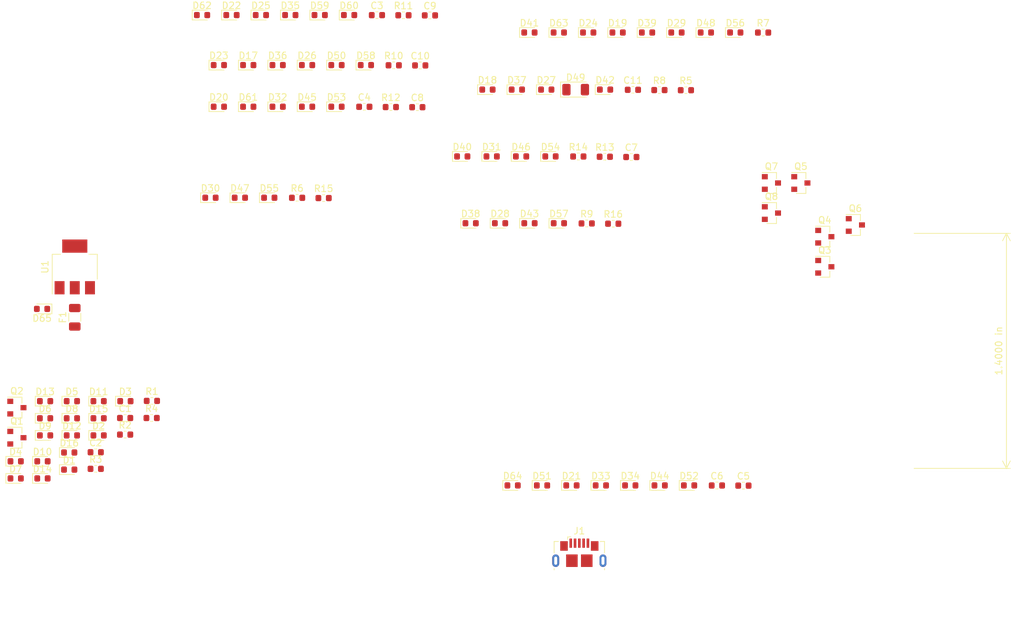
<source format=kicad_pcb>
(kicad_pcb (version 20171130) (host pcbnew 5.1.5+dfsg1-2build2)
  (layers (0 F.Cu signal) (31 B.Cu signal) (34 B.Paste user) (35 F.Paste user) (36 B.SilkS user) (37 F.SilkS user) (38 B.Mask user) (39 F.Mask user) (44 Edge.Cuts user))
  (net 0 "")
  (net 1 "Net-(C1-Pad1)")
  (net 2 GND)
  (net 3 "Net-(C7-Pad2)")
  (net 4 "Net-(C2-Pad1)")
  (net 5 "Net-(C1-Pad2)")
  (net 6 "Net-(C6-Pad1)")
  (net 7 +3V3)
  (net 8 "Net-(C7-Pad1)")
  (net 9 "Net-(C6-Pad2)")
  (net 10 "Net-(C2-Pad2)")
  (net 11 "Net-(C5-Pad2)")
  (net 12 "Net-(D1-Pad2)")
  (net 13 "Net-(D10-Pad2)")
  (net 14 "Net-(D17-Pad2)")
  (net 15 "Net-(C8-Pad2)")
  (net 16 "Net-(C8-Pad1)")
  (net 17 +5V)
  (net 18 "Net-(J1-Pad6)")
  (net 19 "Net-(J1-Pad3)")
  (net 20 "Net-(J1-Pad4)")
  (net 21 "Net-(J1-Pad2)")
  (net 22 "Net-(C3-Pad2)")
  (net 23 "Net-(C3-Pad1)")
  (net 24 "Net-(C4-Pad2)")
  (net 25 "Net-(C4-Pad1)")
  (net 26 "Net-(C5-Pad1)")
  (net 27 "Net-(D25-Pad2)")
  (net 28 "Net-(D33-Pad2)")
  (net 29 "Net-(D41-Pad2)")
  (net 30 "Net-(C11-Pad2)")
  (net 31 "Net-(D49-Pad2)")
  (net 32 "Net-(D57-Pad2)")
  (module Resistor_SMD:R_0603_1608Metric (layer F.Cu) (at 38.3 81.28)
    (fp_text reference R4 (at 0 -1.43) (layer F.SilkS))
    (fp_text value R_Small_US)
    (pad 2 smd roundrect (at 0.7875 0) (size 0.875 0.95) (layers F.Cu F.Paste F.Mask) (net 10 "Net-(C2-Pad2)"))
    (pad 1 smd roundrect (at -0.7875 0) (size 0.875 0.95) (layers F.Cu F.Paste F.Mask) (net 7 +3V3))
  )
  (module Resistor_SMD:R_0603_1608Metric (layer F.Cu) (at 29.84 88.97)
    (fp_text reference R3 (at 0 -1.43) (layer F.SilkS))
    (fp_text value R_Small_US)
    (pad 2 smd roundrect (at 0.7875 0) (size 0.875 0.95) (layers F.Cu F.Paste F.Mask) (net 13 "Net-(D10-Pad2)"))
    (pad 1 smd roundrect (at -0.7875 0) (size 0.875 0.95) (layers F.Cu F.Paste F.Mask) (net 7 +3V3))
  )
  (module Resistor_SMD:R_0603_1608Metric (layer F.Cu) (at 34.29 83.79)
    (fp_text reference R2 (at 0 -1.43) (layer F.SilkS))
    (fp_text value R_Small_US)
    (pad 2 smd roundrect (at 0.7875 0) (size 0.875 0.95) (layers F.Cu F.Paste F.Mask) (net 5 "Net-(C1-Pad2)"))
    (pad 1 smd roundrect (at -0.7875 0) (size 0.875 0.95) (layers F.Cu F.Paste F.Mask) (net 7 +3V3))
  )
  (module Resistor_SMD:R_0603_1608Metric (layer F.Cu) (at 38.34 78.69)
    (fp_text reference R1 (at 0 -1.43) (layer F.SilkS))
    (fp_text value R_Small_US)
    (pad 2 smd roundrect (at 0.7875 0) (size 0.875 0.95) (layers F.Cu F.Paste F.Mask) (net 12 "Net-(D1-Pad2)"))
    (pad 1 smd roundrect (at -0.7875 0) (size 0.875 0.95) (layers F.Cu F.Paste F.Mask) (net 7 +3V3))
  )
  (module Package_TO_SOT_SMD:SOT-23 (layer F.Cu) (at 17.91 79.71)
    (fp_text reference Q2 (at 0 -2.5) (layer F.SilkS))
    (fp_text value BC547)
    (pad 3 smd rect (at 1 0) (size 0.9 0.8) (layers F.Cu F.Paste F.Mask) (net 2 GND))
    (pad 2 smd rect (at -1 0.95) (size 0.9 0.8) (layers F.Cu F.Paste F.Mask) (net 5 "Net-(C1-Pad2)"))
    (pad 1 smd rect (at -1 -0.95) (size 0.9 0.8) (layers F.Cu F.Paste F.Mask) (net 4 "Net-(C2-Pad1)"))
  )
  (module Package_TO_SOT_SMD:SOT-23 (layer F.Cu) (at 17.91 84.26)
    (fp_text reference Q1 (at 0 -2.5) (layer F.SilkS))
    (fp_text value BC547)
    (pad 3 smd rect (at 1 0) (size 0.9 0.8) (layers F.Cu F.Paste F.Mask) (net 2 GND))
    (pad 2 smd rect (at -1 0.95) (size 0.9 0.8) (layers F.Cu F.Paste F.Mask) (net 7 +3V3))
    (pad 1 smd rect (at -1 -0.95) (size 0.9 0.8) (layers F.Cu F.Paste F.Mask) (net 1 "Net-(C1-Pad1)"))
  )
  (module Diode_SMD:D_0603_1608Metric (layer F.Cu) (at 25.83 86.5)
    (fp_text reference D16 (at 0 -1.43) (layer F.SilkS))
    (fp_text value LED)
    (pad 2 smd roundrect (at 0.7875 0) (size 0.875 0.95) (layers F.Cu F.Paste F.Mask) (net 13 "Net-(D10-Pad2)"))
    (pad 1 smd roundrect (at -0.7875 0) (size 0.875 0.95) (layers F.Cu F.Paste F.Mask) (net 4 "Net-(C2-Pad1)"))
  )
  (module Diode_SMD:D_0603_1608Metric (layer F.Cu) (at 30.28 81.32)
    (fp_text reference D15 (at 0 -1.43) (layer F.SilkS))
    (fp_text value LED)
    (pad 2 smd roundrect (at 0.7875 0) (size 0.875 0.95) (layers F.Cu F.Paste F.Mask) (net 13 "Net-(D10-Pad2)"))
    (pad 1 smd roundrect (at -0.7875 0) (size 0.875 0.95) (layers F.Cu F.Paste F.Mask) (net 4 "Net-(C2-Pad1)"))
  )
  (module Diode_SMD:D_0603_1608Metric (layer F.Cu) (at 21.78 90.42)
    (fp_text reference D14 (at 0 -1.43) (layer F.SilkS))
    (fp_text value LED)
    (pad 2 smd roundrect (at 0.7875 0) (size 0.875 0.95) (layers F.Cu F.Paste F.Mask) (net 13 "Net-(D10-Pad2)"))
    (pad 1 smd roundrect (at -0.7875 0) (size 0.875 0.95) (layers F.Cu F.Paste F.Mask) (net 4 "Net-(C2-Pad1)"))
  )
  (module Diode_SMD:D_0603_1608Metric (layer F.Cu) (at 22.18 78.73)
    (fp_text reference D13 (at 0 -1.43) (layer F.SilkS))
    (fp_text value LED)
    (pad 2 smd roundrect (at 0.7875 0) (size 0.875 0.95) (layers F.Cu F.Paste F.Mask) (net 13 "Net-(D10-Pad2)"))
    (pad 1 smd roundrect (at -0.7875 0) (size 0.875 0.95) (layers F.Cu F.Paste F.Mask) (net 4 "Net-(C2-Pad1)"))
  )
  (module Diode_SMD:D_0603_1608Metric (layer F.Cu) (at 26.23 83.91)
    (fp_text reference D12 (at 0 -1.43) (layer F.SilkS))
    (fp_text value LED)
    (pad 2 smd roundrect (at 0.7875 0) (size 0.875 0.95) (layers F.Cu F.Paste F.Mask) (net 13 "Net-(D10-Pad2)"))
    (pad 1 smd roundrect (at -0.7875 0) (size 0.875 0.95) (layers F.Cu F.Paste F.Mask) (net 4 "Net-(C2-Pad1)"))
  )
  (module Diode_SMD:D_0603_1608Metric (layer F.Cu) (at 30.28 78.73)
    (fp_text reference D11 (at 0 -1.43) (layer F.SilkS))
    (fp_text value LED)
    (pad 2 smd roundrect (at 0.7875 0) (size 0.875 0.95) (layers F.Cu F.Paste F.Mask) (net 13 "Net-(D10-Pad2)"))
    (pad 1 smd roundrect (at -0.7875 0) (size 0.875 0.95) (layers F.Cu F.Paste F.Mask) (net 4 "Net-(C2-Pad1)"))
  )
  (module Diode_SMD:D_0603_1608Metric (layer F.Cu) (at 21.78 87.83)
    (fp_text reference D10 (at 0 -1.43) (layer F.SilkS))
    (fp_text value LED)
    (pad 2 smd roundrect (at 0.7875 0) (size 0.875 0.95) (layers F.Cu F.Paste F.Mask) (net 13 "Net-(D10-Pad2)"))
    (pad 1 smd roundrect (at -0.7875 0) (size 0.875 0.95) (layers F.Cu F.Paste F.Mask) (net 4 "Net-(C2-Pad1)"))
  )
  (module Diode_SMD:D_0603_1608Metric (layer F.Cu) (at 22.18 83.91)
    (fp_text reference D9 (at 0 -1.43) (layer F.SilkS))
    (fp_text value LED)
    (pad 2 smd roundrect (at 0.7875 0) (size 0.875 0.95) (layers F.Cu F.Paste F.Mask) (net 13 "Net-(D10-Pad2)"))
    (pad 1 smd roundrect (at -0.7875 0) (size 0.875 0.95) (layers F.Cu F.Paste F.Mask) (net 4 "Net-(C2-Pad1)"))
  )
  (module Diode_SMD:D_0603_1608Metric (layer F.Cu) (at 26.23 81.32)
    (fp_text reference D8 (at 0 -1.43) (layer F.SilkS))
    (fp_text value LED)
    (pad 2 smd roundrect (at 0.7875 0) (size 0.875 0.95) (layers F.Cu F.Paste F.Mask) (net 12 "Net-(D1-Pad2)"))
    (pad 1 smd roundrect (at -0.7875 0) (size 0.875 0.95) (layers F.Cu F.Paste F.Mask) (net 1 "Net-(C1-Pad1)"))
  )
  (module Diode_SMD:D_0603_1608Metric (layer F.Cu) (at 17.73 90.42)
    (fp_text reference D7 (at 0 -1.43) (layer F.SilkS))
    (fp_text value LED)
    (pad 2 smd roundrect (at 0.7875 0) (size 0.875 0.95) (layers F.Cu F.Paste F.Mask) (net 12 "Net-(D1-Pad2)"))
    (pad 1 smd roundrect (at -0.7875 0) (size 0.875 0.95) (layers F.Cu F.Paste F.Mask) (net 1 "Net-(C1-Pad1)"))
  )
  (module Diode_SMD:D_0603_1608Metric (layer F.Cu) (at 22.18 81.32)
    (fp_text reference D6 (at 0 -1.43) (layer F.SilkS))
    (fp_text value LED)
    (pad 2 smd roundrect (at 0.7875 0) (size 0.875 0.95) (layers F.Cu F.Paste F.Mask) (net 12 "Net-(D1-Pad2)"))
    (pad 1 smd roundrect (at -0.7875 0) (size 0.875 0.95) (layers F.Cu F.Paste F.Mask) (net 1 "Net-(C1-Pad1)"))
  )
  (module Diode_SMD:D_0603_1608Metric (layer F.Cu) (at 26.23 78.73)
    (fp_text reference D5 (at 0 -1.43) (layer F.SilkS))
    (fp_text value LED)
    (pad 2 smd roundrect (at 0.7875 0) (size 0.875 0.95) (layers F.Cu F.Paste F.Mask) (net 12 "Net-(D1-Pad2)"))
    (pad 1 smd roundrect (at -0.7875 0) (size 0.875 0.95) (layers F.Cu F.Paste F.Mask) (net 1 "Net-(C1-Pad1)"))
  )
  (module Diode_SMD:D_0603_1608Metric (layer F.Cu) (at 17.73 87.83)
    (fp_text reference D4 (at 0 -1.43) (layer F.SilkS))
    (fp_text value LED)
    (pad 2 smd roundrect (at 0.7875 0) (size 0.875 0.95) (layers F.Cu F.Paste F.Mask) (net 12 "Net-(D1-Pad2)"))
    (pad 1 smd roundrect (at -0.7875 0) (size 0.875 0.95) (layers F.Cu F.Paste F.Mask) (net 1 "Net-(C1-Pad1)"))
  )
  (module Diode_SMD:D_0603_1608Metric (layer F.Cu) (at 34.33 78.73)
    (fp_text reference D3 (at 0 -1.43) (layer F.SilkS))
    (fp_text value LED)
    (pad 2 smd roundrect (at 0.7875 0) (size 0.875 0.95) (layers F.Cu F.Paste F.Mask) (net 12 "Net-(D1-Pad2)"))
    (pad 1 smd roundrect (at -0.7875 0) (size 0.875 0.95) (layers F.Cu F.Paste F.Mask) (net 1 "Net-(C1-Pad1)"))
  )
  (module Diode_SMD:D_0603_1608Metric (layer F.Cu) (at 30.28 83.91)
    (fp_text reference D2 (at 0 -1.43) (layer F.SilkS))
    (fp_text value LED)
    (pad 2 smd roundrect (at 0.7875 0) (size 0.875 0.95) (layers F.Cu F.Paste F.Mask) (net 12 "Net-(D1-Pad2)"))
    (pad 1 smd roundrect (at -0.7875 0) (size 0.875 0.95) (layers F.Cu F.Paste F.Mask) (net 1 "Net-(C1-Pad1)"))
  )
  (module Diode_SMD:D_0603_1608Metric (layer F.Cu) (at 25.83 89.09)
    (fp_text reference D1 (at 0 -1.43) (layer F.SilkS))
    (fp_text value LED)
    (pad 2 smd roundrect (at 0.7875 0) (size 0.875 0.95) (layers F.Cu F.Paste F.Mask) (net 12 "Net-(D1-Pad2)"))
    (pad 1 smd roundrect (at -0.7875 0) (size 0.875 0.95) (layers F.Cu F.Paste F.Mask) (net 1 "Net-(C1-Pad1)"))
  )
  (module Capacitor_SMD:C_0603_1608Metric (layer F.Cu) (at 29.84 86.46)
    (fp_text reference C2 (at 0 -1.43) (layer F.SilkS))
    (fp_text value C_Small)
    (pad 2 smd roundrect (at 0.7875 0) (size 0.875 0.95) (layers F.Cu F.Paste F.Mask) (net 10 "Net-(C2-Pad2)"))
    (pad 1 smd roundrect (at -0.7875 0) (size 0.875 0.95) (layers F.Cu F.Paste F.Mask) (net 4 "Net-(C2-Pad1)"))
  )
  (module Capacitor_SMD:C_0603_1608Metric (layer F.Cu) (at 34.29 81.28)
    (fp_text reference C1 (at 0 -1.43) (layer F.SilkS))
    (fp_text value C_Small)
    (pad 2 smd roundrect (at 0.7875 0) (size 0.875 0.95) (layers F.Cu F.Paste F.Mask) (net 5 "Net-(C1-Pad2)"))
    (pad 1 smd roundrect (at -0.7875 0) (size 0.875 0.95) (layers F.Cu F.Paste F.Mask) (net 1 "Net-(C1-Pad1)"))
  )
  (module Diode_SMD:D_0603_1608Metric (layer F.Cu) (at 21.72 64.77 180)
    (fp_text reference D65 (at 0 -1.43) (layer F.SilkS))
    (fp_text value D_Zener)
    (pad 2 smd roundrect (at 0.7875 0 180) (size 0.875 0.95) (layers F.Cu F.Paste F.Mask) (net 2 GND))
    (pad 1 smd roundrect (at -0.7875 0 180) (size 0.875 0.95) (layers F.Cu F.Paste F.Mask) (net 30 "Net-(C11-Pad2)"))
  )
  (module Diode_SMD:D_0603_1608Metric (layer F.Cu) (at 92.92 91.48)
    (fp_text reference D64 (at 0 -1.43) (layer F.SilkS))
    (fp_text value LED)
    (pad 2 smd roundrect (at 0.7875 0) (size 0.875 0.95) (layers F.Cu F.Paste F.Mask) (net 32 "Net-(D57-Pad2)"))
    (pad 1 smd roundrect (at -0.7875 0) (size 0.875 0.95) (layers F.Cu F.Paste F.Mask) (net 16 "Net-(C8-Pad1)"))
  )
  (module Diode_SMD:D_0603_1608Metric (layer F.Cu) (at 99.91 22.95)
    (fp_text reference D63 (at 0 -1.43) (layer F.SilkS))
    (fp_text value LED)
    (pad 2 smd roundrect (at 0.7875 0) (size 0.875 0.95) (layers F.Cu F.Paste F.Mask) (net 32 "Net-(D57-Pad2)"))
    (pad 1 smd roundrect (at -0.7875 0) (size 0.875 0.95) (layers F.Cu F.Paste F.Mask) (net 16 "Net-(C8-Pad1)"))
  )
  (module Diode_SMD:D_0603_1608Metric (layer F.Cu) (at 45.93 20.31)
    (fp_text reference D62 (at 0 -1.43) (layer F.SilkS))
    (fp_text value LED)
    (pad 2 smd roundrect (at 0.7875 0) (size 0.875 0.95) (layers F.Cu F.Paste F.Mask) (net 32 "Net-(D57-Pad2)"))
    (pad 1 smd roundrect (at -0.7875 0) (size 0.875 0.95) (layers F.Cu F.Paste F.Mask) (net 16 "Net-(C8-Pad1)"))
  )
  (module Diode_SMD:D_0603_1608Metric (layer F.Cu) (at 52.92 34.18)
    (fp_text reference D61 (at 0 -1.43) (layer F.SilkS))
    (fp_text value LED)
    (pad 2 smd roundrect (at 0.7875 0) (size 0.875 0.95) (layers F.Cu F.Paste F.Mask) (net 32 "Net-(D57-Pad2)"))
    (pad 1 smd roundrect (at -0.7875 0) (size 0.875 0.95) (layers F.Cu F.Paste F.Mask) (net 16 "Net-(C8-Pad1)"))
  )
  (module Diode_SMD:D_0603_1608Metric (layer F.Cu) (at 68.18 20.31)
    (fp_text reference D60 (at 0 -1.43) (layer F.SilkS))
    (fp_text value LED)
    (pad 2 smd roundrect (at 0.7875 0) (size 0.875 0.95) (layers F.Cu F.Paste F.Mask) (net 32 "Net-(D57-Pad2)"))
    (pad 1 smd roundrect (at -0.7875 0) (size 0.875 0.95) (layers F.Cu F.Paste F.Mask) (net 16 "Net-(C8-Pad1)"))
  )
  (module Diode_SMD:D_0603_1608Metric (layer F.Cu) (at 63.73 20.31)
    (fp_text reference D59 (at 0 -1.43) (layer F.SilkS))
    (fp_text value LED)
    (pad 2 smd roundrect (at 0.7875 0) (size 0.875 0.95) (layers F.Cu F.Paste F.Mask) (net 32 "Net-(D57-Pad2)"))
    (pad 1 smd roundrect (at -0.7875 0) (size 0.875 0.95) (layers F.Cu F.Paste F.Mask) (net 16 "Net-(C8-Pad1)"))
  )
  (module Diode_SMD:D_0603_1608Metric (layer F.Cu) (at 70.72 27.88)
    (fp_text reference D58 (at 0 -1.43) (layer F.SilkS))
    (fp_text value LED)
    (pad 2 smd roundrect (at 0.7875 0) (size 0.875 0.95) (layers F.Cu F.Paste F.Mask) (net 32 "Net-(D57-Pad2)"))
    (pad 1 smd roundrect (at -0.7875 0) (size 0.875 0.95) (layers F.Cu F.Paste F.Mask) (net 16 "Net-(C8-Pad1)"))
  )
  (module Diode_SMD:D_0603_1608Metric (layer F.Cu) (at 99.92 51.81)
    (fp_text reference D57 (at 0 -1.43) (layer F.SilkS))
    (fp_text value LED)
    (pad 2 smd roundrect (at 0.7875 0) (size 0.875 0.95) (layers F.Cu F.Paste F.Mask) (net 32 "Net-(D57-Pad2)"))
    (pad 1 smd roundrect (at -0.7875 0) (size 0.875 0.95) (layers F.Cu F.Paste F.Mask) (net 16 "Net-(C8-Pad1)"))
  )
  (module Diode_SMD:D_0603_1608Metric (layer F.Cu) (at 126.61 22.95)
    (fp_text reference D56 (at 0 -1.43) (layer F.SilkS))
    (fp_text value LED)
    (pad 2 smd roundrect (at 0.7875 0) (size 0.875 0.95) (layers F.Cu F.Paste F.Mask) (net 31 "Net-(D49-Pad2)"))
    (pad 1 smd roundrect (at -0.7875 0) (size 0.875 0.95) (layers F.Cu F.Paste F.Mask) (net 8 "Net-(C7-Pad1)"))
  )
  (module Diode_SMD:D_0603_1608Metric (layer F.Cu) (at 56.1 47.95)
    (fp_text reference D55 (at 0 -1.43) (layer F.SilkS))
    (fp_text value LED)
    (pad 2 smd roundrect (at 0.7875 0) (size 0.875 0.95) (layers F.Cu F.Paste F.Mask) (net 31 "Net-(D49-Pad2)"))
    (pad 1 smd roundrect (at -0.7875 0) (size 0.875 0.95) (layers F.Cu F.Paste F.Mask) (net 8 "Net-(C7-Pad1)"))
  )
  (module Diode_SMD:D_0603_1608Metric (layer F.Cu) (at 98.65 41.7)
    (fp_text reference D54 (at 0 -1.43) (layer F.SilkS))
    (fp_text value LED)
    (pad 2 smd roundrect (at 0.7875 0) (size 0.875 0.95) (layers F.Cu F.Paste F.Mask) (net 31 "Net-(D49-Pad2)"))
    (pad 1 smd roundrect (at -0.7875 0) (size 0.875 0.95) (layers F.Cu F.Paste F.Mask) (net 8 "Net-(C7-Pad1)"))
  )
  (module Diode_SMD:D_0603_1608Metric (layer F.Cu) (at 66.27 34.18)
    (fp_text reference D53 (at 0 -1.43) (layer F.SilkS))
    (fp_text value LED)
    (pad 2 smd roundrect (at 0.7875 0) (size 0.875 0.95) (layers F.Cu F.Paste F.Mask) (net 31 "Net-(D49-Pad2)"))
    (pad 1 smd roundrect (at -0.7875 0) (size 0.875 0.95) (layers F.Cu F.Paste F.Mask) (net 8 "Net-(C7-Pad1)"))
  )
  (module Diode_SMD:D_0603_1608Metric (layer F.Cu) (at 119.62 91.48)
    (fp_text reference D52 (at 0 -1.43) (layer F.SilkS))
    (fp_text value LED)
    (pad 2 smd roundrect (at 0.7875 0) (size 0.875 0.95) (layers F.Cu F.Paste F.Mask) (net 31 "Net-(D49-Pad2)"))
    (pad 1 smd roundrect (at -0.7875 0) (size 0.875 0.95) (layers F.Cu F.Paste F.Mask) (net 8 "Net-(C7-Pad1)"))
  )
  (module Diode_SMD:D_0603_1608Metric (layer F.Cu) (at 97.37 91.48)
    (fp_text reference D51 (at 0 -1.43) (layer F.SilkS))
    (fp_text value LED)
    (pad 2 smd roundrect (at 0.7875 0) (size 0.875 0.95) (layers F.Cu F.Paste F.Mask) (net 31 "Net-(D49-Pad2)"))
    (pad 1 smd roundrect (at -0.7875 0) (size 0.875 0.95) (layers F.Cu F.Paste F.Mask) (net 8 "Net-(C7-Pad1)"))
  )
  (module Diode_SMD:D_0603_1608Metric (layer F.Cu) (at 66.27 27.88)
    (fp_text reference D50 (at 0 -1.43) (layer F.SilkS))
    (fp_text value LED)
    (pad 2 smd roundrect (at 0.7875 0) (size 0.875 0.95) (layers F.Cu F.Paste F.Mask) (net 31 "Net-(D49-Pad2)"))
    (pad 1 smd roundrect (at -0.7875 0) (size 0.875 0.95) (layers F.Cu F.Paste F.Mask) (net 8 "Net-(C7-Pad1)"))
  )
  (module Diode_SMD:D_1206_3216Metric (layer F.Cu) (at 102.46 31.59)
    (fp_text reference D49 (at 0 -1.82) (layer F.SilkS))
    (fp_text value LED)
    (pad 2 smd roundrect (at 1.4 0) (size 1.25 1.75) (layers F.Cu F.Paste F.Mask) (roundrect_rratio 0.2) (net 31 "Net-(D49-Pad2)"))
    (pad 1 smd roundrect (at -1.4 0) (size 1.25 1.75) (layers F.Cu F.Paste F.Mask) (roundrect_rratio 0.2) (net 8 "Net-(C7-Pad1)"))
  )
  (module Diode_SMD:D_0603_1608Metric (layer F.Cu) (at 122.16 22.95)
    (fp_text reference D48 (at 0 -1.43) (layer F.SilkS))
    (fp_text value LED)
    (pad 2 smd roundrect (at 0.7875 0) (size 0.875 0.95) (layers F.Cu F.Paste F.Mask) (net 29 "Net-(D41-Pad2)"))
    (pad 1 smd roundrect (at -0.7875 0) (size 0.875 0.95) (layers F.Cu F.Paste F.Mask) (net 6 "Net-(C6-Pad1)"))
  )
  (module Diode_SMD:D_0603_1608Metric (layer F.Cu) (at 51.65 47.95)
    (fp_text reference D47 (at 0 -1.43) (layer F.SilkS))
    (fp_text value LED)
    (pad 2 smd roundrect (at 0.7875 0) (size 0.875 0.95) (layers F.Cu F.Paste F.Mask) (net 29 "Net-(D41-Pad2)"))
    (pad 1 smd roundrect (at -0.7875 0) (size 0.875 0.95) (layers F.Cu F.Paste F.Mask) (net 6 "Net-(C6-Pad1)"))
  )
  (module Diode_SMD:D_0603_1608Metric (layer F.Cu) (at 94.2 41.7)
    (fp_text reference D46 (at 0 -1.43) (layer F.SilkS))
    (fp_text value LED)
    (pad 2 smd roundrect (at 0.7875 0) (size 0.875 0.95) (layers F.Cu F.Paste F.Mask) (net 29 "Net-(D41-Pad2)"))
    (pad 1 smd roundrect (at -0.7875 0) (size 0.875 0.95) (layers F.Cu F.Paste F.Mask) (net 6 "Net-(C6-Pad1)"))
  )
  (module Diode_SMD:D_0603_1608Metric (layer F.Cu) (at 61.82 34.18)
    (fp_text reference D45 (at 0 -1.43) (layer F.SilkS))
    (fp_text value LED)
    (pad 2 smd roundrect (at 0.7875 0) (size 0.875 0.95) (layers F.Cu F.Paste F.Mask) (net 29 "Net-(D41-Pad2)"))
    (pad 1 smd roundrect (at -0.7875 0) (size 0.875 0.95) (layers F.Cu F.Paste F.Mask) (net 6 "Net-(C6-Pad1)"))
  )
  (module Diode_SMD:D_0603_1608Metric (layer F.Cu) (at 115.17 91.48)
    (fp_text reference D44 (at 0 -1.43) (layer F.SilkS))
    (fp_text value LED)
    (pad 2 smd roundrect (at 0.7875 0) (size 0.875 0.95) (layers F.Cu F.Paste F.Mask) (net 29 "Net-(D41-Pad2)"))
    (pad 1 smd roundrect (at -0.7875 0) (size 0.875 0.95) (layers F.Cu F.Paste F.Mask) (net 6 "Net-(C6-Pad1)"))
  )
  (module Diode_SMD:D_0603_1608Metric (layer F.Cu) (at 95.47 51.81)
    (fp_text reference D43 (at 0 -1.43) (layer F.SilkS))
    (fp_text value LED)
    (pad 2 smd roundrect (at 0.7875 0) (size 0.875 0.95) (layers F.Cu F.Paste F.Mask) (net 29 "Net-(D41-Pad2)"))
    (pad 1 smd roundrect (at -0.7875 0) (size 0.875 0.95) (layers F.Cu F.Paste F.Mask) (net 6 "Net-(C6-Pad1)"))
  )
  (module Diode_SMD:D_0603_1608Metric (layer F.Cu) (at 106.91 31.59)
    (fp_text reference D42 (at 0 -1.43) (layer F.SilkS))
    (fp_text value LED)
    (pad 2 smd roundrect (at 0.7875 0) (size 0.875 0.95) (layers F.Cu F.Paste F.Mask) (net 29 "Net-(D41-Pad2)"))
    (pad 1 smd roundrect (at -0.7875 0) (size 0.875 0.95) (layers F.Cu F.Paste F.Mask) (net 6 "Net-(C6-Pad1)"))
  )
  (module Diode_SMD:D_0603_1608Metric (layer F.Cu) (at 95.46 22.95)
    (fp_text reference D41 (at 0 -1.43) (layer F.SilkS))
    (fp_text value LED)
    (pad 2 smd roundrect (at 0.7875 0) (size 0.875 0.95) (layers F.Cu F.Paste F.Mask) (net 29 "Net-(D41-Pad2)"))
    (pad 1 smd roundrect (at -0.7875 0) (size 0.875 0.95) (layers F.Cu F.Paste F.Mask) (net 6 "Net-(C6-Pad1)"))
  )
  (module Diode_SMD:D_0603_1608Metric (layer F.Cu) (at 85.3 41.7)
    (fp_text reference D40 (at 0 -1.43) (layer F.SilkS))
    (fp_text value LED)
    (pad 2 smd roundrect (at 0.7875 0) (size 0.875 0.95) (layers F.Cu F.Paste F.Mask) (net 28 "Net-(D33-Pad2)"))
    (pad 1 smd roundrect (at -0.7875 0) (size 0.875 0.95) (layers F.Cu F.Paste F.Mask) (net 26 "Net-(C5-Pad1)"))
  )
  (module Diode_SMD:D_0603_1608Metric (layer F.Cu) (at 113.26 22.95)
    (fp_text reference D39 (at 0 -1.43) (layer F.SilkS))
    (fp_text value LED)
    (pad 2 smd roundrect (at 0.7875 0) (size 0.875 0.95) (layers F.Cu F.Paste F.Mask) (net 28 "Net-(D33-Pad2)"))
    (pad 1 smd roundrect (at -0.7875 0) (size 0.875 0.95) (layers F.Cu F.Paste F.Mask) (net 26 "Net-(C5-Pad1)"))
  )
  (module Diode_SMD:D_0603_1608Metric (layer F.Cu) (at 86.57 51.81)
    (fp_text reference D38 (at 0 -1.43) (layer F.SilkS))
    (fp_text value LED)
    (pad 2 smd roundrect (at 0.7875 0) (size 0.875 0.95) (layers F.Cu F.Paste F.Mask) (net 28 "Net-(D33-Pad2)"))
    (pad 1 smd roundrect (at -0.7875 0) (size 0.875 0.95) (layers F.Cu F.Paste F.Mask) (net 26 "Net-(C5-Pad1)"))
  )
  (module Diode_SMD:D_0603_1608Metric (layer F.Cu) (at 93.56 31.59)
    (fp_text reference D37 (at 0 -1.43) (layer F.SilkS))
    (fp_text value LED)
    (pad 2 smd roundrect (at 0.7875 0) (size 0.875 0.95) (layers F.Cu F.Paste F.Mask) (net 28 "Net-(D33-Pad2)"))
    (pad 1 smd roundrect (at -0.7875 0) (size 0.875 0.95) (layers F.Cu F.Paste F.Mask) (net 26 "Net-(C5-Pad1)"))
  )
  (module Diode_SMD:D_0603_1608Metric (layer F.Cu) (at 57.37 27.88)
    (fp_text reference D36 (at 0 -1.43) (layer F.SilkS))
    (fp_text value LED)
    (pad 2 smd roundrect (at 0.7875 0) (size 0.875 0.95) (layers F.Cu F.Paste F.Mask) (net 28 "Net-(D33-Pad2)"))
    (pad 1 smd roundrect (at -0.7875 0) (size 0.875 0.95) (layers F.Cu F.Paste F.Mask) (net 26 "Net-(C5-Pad1)"))
  )
  (module Diode_SMD:D_0603_1608Metric (layer F.Cu) (at 59.28 20.31)
    (fp_text reference D35 (at 0 -1.43) (layer F.SilkS))
    (fp_text value LED)
    (pad 2 smd roundrect (at 0.7875 0) (size 0.875 0.95) (layers F.Cu F.Paste F.Mask) (net 28 "Net-(D33-Pad2)"))
    (pad 1 smd roundrect (at -0.7875 0) (size 0.875 0.95) (layers F.Cu F.Paste F.Mask) (net 26 "Net-(C5-Pad1)"))
  )
  (module Diode_SMD:D_0603_1608Metric (layer F.Cu) (at 110.72 91.48)
    (fp_text reference D34 (at 0 -1.43) (layer F.SilkS))
    (fp_text value LED)
    (pad 2 smd roundrect (at 0.7875 0) (size 0.875 0.95) (layers F.Cu F.Paste F.Mask) (net 28 "Net-(D33-Pad2)"))
    (pad 1 smd roundrect (at -0.7875 0) (size 0.875 0.95) (layers F.Cu F.Paste F.Mask) (net 26 "Net-(C5-Pad1)"))
  )
  (module Diode_SMD:D_0603_1608Metric (layer F.Cu) (at 106.27 91.48)
    (fp_text reference D33 (at 0 -1.43) (layer F.SilkS))
    (fp_text value LED)
    (pad 2 smd roundrect (at 0.7875 0) (size 0.875 0.95) (layers F.Cu F.Paste F.Mask) (net 28 "Net-(D33-Pad2)"))
    (pad 1 smd roundrect (at -0.7875 0) (size 0.875 0.95) (layers F.Cu F.Paste F.Mask) (net 26 "Net-(C5-Pad1)"))
  )
  (module Diode_SMD:D_0603_1608Metric (layer F.Cu) (at 57.37 34.18)
    (fp_text reference D32 (at 0 -1.43) (layer F.SilkS))
    (fp_text value LED)
    (pad 2 smd roundrect (at 0.7875 0) (size 0.875 0.95) (layers F.Cu F.Paste F.Mask) (net 27 "Net-(D25-Pad2)"))
    (pad 1 smd roundrect (at -0.7875 0) (size 0.875 0.95) (layers F.Cu F.Paste F.Mask) (net 25 "Net-(C4-Pad1)"))
  )
  (module Diode_SMD:D_0603_1608Metric (layer F.Cu) (at 89.75 41.7)
    (fp_text reference D31 (at 0 -1.43) (layer F.SilkS))
    (fp_text value LED)
    (pad 2 smd roundrect (at 0.7875 0) (size 0.875 0.95) (layers F.Cu F.Paste F.Mask) (net 27 "Net-(D25-Pad2)"))
    (pad 1 smd roundrect (at -0.7875 0) (size 0.875 0.95) (layers F.Cu F.Paste F.Mask) (net 25 "Net-(C4-Pad1)"))
  )
  (module Diode_SMD:D_0603_1608Metric (layer F.Cu) (at 47.2 47.95)
    (fp_text reference D30 (at 0 -1.43) (layer F.SilkS))
    (fp_text value LED)
    (pad 2 smd roundrect (at 0.7875 0) (size 0.875 0.95) (layers F.Cu F.Paste F.Mask) (net 27 "Net-(D25-Pad2)"))
    (pad 1 smd roundrect (at -0.7875 0) (size 0.875 0.95) (layers F.Cu F.Paste F.Mask) (net 25 "Net-(C4-Pad1)"))
  )
  (module Diode_SMD:D_0603_1608Metric (layer F.Cu) (at 117.71 22.95)
    (fp_text reference D29 (at 0 -1.43) (layer F.SilkS))
    (fp_text value LED)
    (pad 2 smd roundrect (at 0.7875 0) (size 0.875 0.95) (layers F.Cu F.Paste F.Mask) (net 27 "Net-(D25-Pad2)"))
    (pad 1 smd roundrect (at -0.7875 0) (size 0.875 0.95) (layers F.Cu F.Paste F.Mask) (net 25 "Net-(C4-Pad1)"))
  )
  (module Diode_SMD:D_0603_1608Metric (layer F.Cu) (at 91.02 51.81)
    (fp_text reference D28 (at 0 -1.43) (layer F.SilkS))
    (fp_text value LED)
    (pad 2 smd roundrect (at 0.7875 0) (size 0.875 0.95) (layers F.Cu F.Paste F.Mask) (net 27 "Net-(D25-Pad2)"))
    (pad 1 smd roundrect (at -0.7875 0) (size 0.875 0.95) (layers F.Cu F.Paste F.Mask) (net 25 "Net-(C4-Pad1)"))
  )
  (module Diode_SMD:D_0603_1608Metric (layer F.Cu) (at 98.01 31.59)
    (fp_text reference D27 (at 0 -1.43) (layer F.SilkS))
    (fp_text value LED)
    (pad 2 smd roundrect (at 0.7875 0) (size 0.875 0.95) (layers F.Cu F.Paste F.Mask) (net 27 "Net-(D25-Pad2)"))
    (pad 1 smd roundrect (at -0.7875 0) (size 0.875 0.95) (layers F.Cu F.Paste F.Mask) (net 25 "Net-(C4-Pad1)"))
  )
  (module Diode_SMD:D_0603_1608Metric (layer F.Cu) (at 61.82 27.88)
    (fp_text reference D26 (at 0 -1.43) (layer F.SilkS))
    (fp_text value LED)
    (pad 2 smd roundrect (at 0.7875 0) (size 0.875 0.95) (layers F.Cu F.Paste F.Mask) (net 27 "Net-(D25-Pad2)"))
    (pad 1 smd roundrect (at -0.7875 0) (size 0.875 0.95) (layers F.Cu F.Paste F.Mask) (net 25 "Net-(C4-Pad1)"))
  )
  (module Diode_SMD:D_0603_1608Metric (layer F.Cu) (at 54.83 20.31)
    (fp_text reference D25 (at 0 -1.43) (layer F.SilkS))
    (fp_text value LED)
    (pad 2 smd roundrect (at 0.7875 0) (size 0.875 0.95) (layers F.Cu F.Paste F.Mask) (net 27 "Net-(D25-Pad2)"))
    (pad 1 smd roundrect (at -0.7875 0) (size 0.875 0.95) (layers F.Cu F.Paste F.Mask) (net 25 "Net-(C4-Pad1)"))
  )
  (module Diode_SMD:D_0603_1608Metric (layer F.Cu) (at 104.36 22.95)
    (fp_text reference D24 (at 0 -1.43) (layer F.SilkS))
    (fp_text value LED)
    (pad 2 smd roundrect (at 0.7875 0) (size 0.875 0.95) (layers F.Cu F.Paste F.Mask) (net 14 "Net-(D17-Pad2)"))
    (pad 1 smd roundrect (at -0.7875 0) (size 0.875 0.95) (layers F.Cu F.Paste F.Mask) (net 23 "Net-(C3-Pad1)"))
  )
  (module Diode_SMD:D_0603_1608Metric (layer F.Cu) (at 48.47 27.88)
    (fp_text reference D23 (at 0 -1.43) (layer F.SilkS))
    (fp_text value LED)
    (pad 2 smd roundrect (at 0.7875 0) (size 0.875 0.95) (layers F.Cu F.Paste F.Mask) (net 14 "Net-(D17-Pad2)"))
    (pad 1 smd roundrect (at -0.7875 0) (size 0.875 0.95) (layers F.Cu F.Paste F.Mask) (net 23 "Net-(C3-Pad1)"))
  )
  (module Diode_SMD:D_0603_1608Metric (layer F.Cu) (at 50.38 20.31)
    (fp_text reference D22 (at 0 -1.43) (layer F.SilkS))
    (fp_text value LED)
    (pad 2 smd roundrect (at 0.7875 0) (size 0.875 0.95) (layers F.Cu F.Paste F.Mask) (net 14 "Net-(D17-Pad2)"))
    (pad 1 smd roundrect (at -0.7875 0) (size 0.875 0.95) (layers F.Cu F.Paste F.Mask) (net 23 "Net-(C3-Pad1)"))
  )
  (module Diode_SMD:D_0603_1608Metric (layer F.Cu) (at 101.82 91.48)
    (fp_text reference D21 (at 0 -1.43) (layer F.SilkS))
    (fp_text value LED)
    (pad 2 smd roundrect (at 0.7875 0) (size 0.875 0.95) (layers F.Cu F.Paste F.Mask) (net 14 "Net-(D17-Pad2)"))
    (pad 1 smd roundrect (at -0.7875 0) (size 0.875 0.95) (layers F.Cu F.Paste F.Mask) (net 23 "Net-(C3-Pad1)"))
  )
  (module Diode_SMD:D_0603_1608Metric (layer F.Cu) (at 48.47 34.18)
    (fp_text reference D20 (at 0 -1.43) (layer F.SilkS))
    (fp_text value LED)
    (pad 2 smd roundrect (at 0.7875 0) (size 0.875 0.95) (layers F.Cu F.Paste F.Mask) (net 14 "Net-(D17-Pad2)"))
    (pad 1 smd roundrect (at -0.7875 0) (size 0.875 0.95) (layers F.Cu F.Paste F.Mask) (net 23 "Net-(C3-Pad1)"))
  )
  (module Diode_SMD:D_0603_1608Metric (layer F.Cu) (at 108.81 22.95)
    (fp_text reference D19 (at 0 -1.43) (layer F.SilkS))
    (fp_text value LED)
    (pad 2 smd roundrect (at 0.7875 0) (size 0.875 0.95) (layers F.Cu F.Paste F.Mask) (net 14 "Net-(D17-Pad2)"))
    (pad 1 smd roundrect (at -0.7875 0) (size 0.875 0.95) (layers F.Cu F.Paste F.Mask) (net 23 "Net-(C3-Pad1)"))
  )
  (module Diode_SMD:D_0603_1608Metric (layer F.Cu) (at 89.11 31.59)
    (fp_text reference D18 (at 0 -1.43) (layer F.SilkS))
    (fp_text value LED)
    (pad 2 smd roundrect (at 0.7875 0) (size 0.875 0.95) (layers F.Cu F.Paste F.Mask) (net 14 "Net-(D17-Pad2)"))
    (pad 1 smd roundrect (at -0.7875 0) (size 0.875 0.95) (layers F.Cu F.Paste F.Mask) (net 23 "Net-(C3-Pad1)"))
  )
  (module Diode_SMD:D_0603_1608Metric (layer F.Cu) (at 52.92 27.88)
    (fp_text reference D17 (at 0 -1.43) (layer F.SilkS))
    (fp_text value LED)
    (pad 2 smd roundrect (at 0.7875 0) (size 0.875 0.95) (layers F.Cu F.Paste F.Mask) (net 14 "Net-(D17-Pad2)"))
    (pad 1 smd roundrect (at -0.7875 0) (size 0.875 0.95) (layers F.Cu F.Paste F.Mask) (net 23 "Net-(C3-Pad1)"))
  )
  (module Resistor_SMD:R_0603_1608Metric (layer F.Cu) (at 108.14 51.88)
    (fp_text reference R16 (at 0 -1.43) (layer F.SilkS))
    (fp_text value R_Small_US)
    (pad 2 smd roundrect (at 0.7875 0) (size 0.875 0.95) (layers F.Cu F.Paste F.Mask) (net 15 "Net-(C8-Pad2)"))
    (pad 1 smd roundrect (at -0.7875 0) (size 0.875 0.95) (layers F.Cu F.Paste F.Mask) (net 7 +3V3))
  )
  (module Resistor_SMD:R_0603_1608Metric (layer F.Cu) (at 64.32 48)
    (fp_text reference R15 (at 0 -1.43) (layer F.SilkS))
    (fp_text value R_Small_US)
    (pad 2 smd roundrect (at 0.7875 0) (size 0.875 0.95) (layers F.Cu F.Paste F.Mask) (net 32 "Net-(D57-Pad2)"))
    (pad 1 smd roundrect (at -0.7875 0) (size 0.875 0.95) (layers F.Cu F.Paste F.Mask) (net 7 +3V3))
  )
  (module Resistor_SMD:R_0603_1608Metric (layer F.Cu) (at 102.86 41.71)
    (fp_text reference R14 (at 0 -1.43) (layer F.SilkS))
    (fp_text value 22K)
    (pad 2 smd roundrect (at 0.7875 0) (size 0.875 0.95) (layers F.Cu F.Paste F.Mask) (net 3 "Net-(C7-Pad2)"))
    (pad 1 smd roundrect (at -0.7875 0) (size 0.875 0.95) (layers F.Cu F.Paste F.Mask) (net 7 +3V3))
  )
  (module Resistor_SMD:R_0603_1608Metric (layer F.Cu) (at 106.87 41.75)
    (fp_text reference R13 (at 0 -1.43) (layer F.SilkS))
    (fp_text value R_Small_US)
    (pad 2 smd roundrect (at 0.7875 0) (size 0.875 0.95) (layers F.Cu F.Paste F.Mask) (net 31 "Net-(D49-Pad2)"))
    (pad 1 smd roundrect (at -0.7875 0) (size 0.875 0.95) (layers F.Cu F.Paste F.Mask) (net 7 +3V3))
  )
  (module Resistor_SMD:R_0603_1608Metric (layer F.Cu) (at 74.49 34.23)
    (fp_text reference R12 (at 0 -1.43) (layer F.SilkS))
    (fp_text value R_Small_US)
    (pad 2 smd roundrect (at 0.7875 0) (size 0.875 0.95) (layers F.Cu F.Paste F.Mask) (net 9 "Net-(C6-Pad2)"))
    (pad 1 smd roundrect (at -0.7875 0) (size 0.875 0.95) (layers F.Cu F.Paste F.Mask) (net 7 +3V3))
  )
  (module Resistor_SMD:R_0603_1608Metric (layer F.Cu) (at 76.4 20.34)
    (fp_text reference R11 (at 0 -1.43) (layer F.SilkS))
    (fp_text value R_Small_US)
    (pad 2 smd roundrect (at 0.7875 0) (size 0.875 0.95) (layers F.Cu F.Paste F.Mask) (net 29 "Net-(D41-Pad2)"))
    (pad 1 smd roundrect (at -0.7875 0) (size 0.875 0.95) (layers F.Cu F.Paste F.Mask) (net 7 +3V3))
  )
  (module Resistor_SMD:R_0603_1608Metric (layer F.Cu) (at 74.93 27.91)
    (fp_text reference R10 (at 0 -1.43) (layer F.SilkS))
    (fp_text value R_Small_US)
    (pad 2 smd roundrect (at 0.7875 0) (size 0.875 0.95) (layers F.Cu F.Paste F.Mask) (net 11 "Net-(C5-Pad2)"))
    (pad 1 smd roundrect (at -0.7875 0) (size 0.875 0.95) (layers F.Cu F.Paste F.Mask) (net 7 +3V3))
  )
  (module Resistor_SMD:R_0603_1608Metric (layer F.Cu) (at 104.13 51.84)
    (fp_text reference R9 (at 0 -1.43) (layer F.SilkS))
    (fp_text value R_Small_US)
    (pad 2 smd roundrect (at 0.7875 0) (size 0.875 0.95) (layers F.Cu F.Paste F.Mask) (net 28 "Net-(D33-Pad2)"))
    (pad 1 smd roundrect (at -0.7875 0) (size 0.875 0.95) (layers F.Cu F.Paste F.Mask) (net 7 +3V3))
  )
  (module Resistor_SMD:R_0603_1608Metric (layer F.Cu) (at 115.13 31.66)
    (fp_text reference R8 (at 0 -1.43) (layer F.SilkS))
    (fp_text value R_Small_US)
    (pad 2 smd roundrect (at 0.7875 0) (size 0.875 0.95) (layers F.Cu F.Paste F.Mask) (net 24 "Net-(C4-Pad2)"))
    (pad 1 smd roundrect (at -0.7875 0) (size 0.875 0.95) (layers F.Cu F.Paste F.Mask) (net 7 +3V3))
  )
  (module Resistor_SMD:R_0603_1608Metric (layer F.Cu) (at 130.82 22.96)
    (fp_text reference R7 (at 0 -1.43) (layer F.SilkS))
    (fp_text value R_Small_US)
    (pad 2 smd roundrect (at 0.7875 0) (size 0.875 0.95) (layers F.Cu F.Paste F.Mask) (net 27 "Net-(D25-Pad2)"))
    (pad 1 smd roundrect (at -0.7875 0) (size 0.875 0.95) (layers F.Cu F.Paste F.Mask) (net 7 +3V3))
  )
  (module Resistor_SMD:R_0603_1608Metric (layer F.Cu) (at 60.31 47.96)
    (fp_text reference R6 (at 0 -1.43) (layer F.SilkS))
    (fp_text value R_Small_US)
    (pad 2 smd roundrect (at 0.7875 0) (size 0.875 0.95) (layers F.Cu F.Paste F.Mask) (net 22 "Net-(C3-Pad2)"))
    (pad 1 smd roundrect (at -0.7875 0) (size 0.875 0.95) (layers F.Cu F.Paste F.Mask) (net 7 +3V3))
  )
  (module Resistor_SMD:R_0603_1608Metric (layer F.Cu) (at 119.14 31.68)
    (fp_text reference R5 (at 0 -1.43) (layer F.SilkS))
    (fp_text value R_Small_US)
    (pad 2 smd roundrect (at 0.7875 0) (size 0.875 0.95) (layers F.Cu F.Paste F.Mask) (net 14 "Net-(D17-Pad2)"))
    (pad 1 smd roundrect (at -0.7875 0) (size 0.875 0.95) (layers F.Cu F.Paste F.Mask) (net 7 +3V3))
  )
  (module Capacitor_SMD:C_0603_1608Metric (layer F.Cu) (at 111.12 31.62)
    (fp_text reference C11 (at 0 -1.43) (layer F.SilkS))
    (fp_text value C_Small)
    (pad 2 smd roundrect (at 0.7875 0) (size 0.875 0.95) (layers F.Cu F.Paste F.Mask) (net 30 "Net-(C11-Pad2)"))
    (pad 1 smd roundrect (at -0.7875 0) (size 0.875 0.95) (layers F.Cu F.Paste F.Mask) (net 2 GND))
  )
  (module Capacitor_SMD:C_0603_1608Metric (layer F.Cu) (at 78.94 27.93)
    (fp_text reference C10 (at 0 -1.43) (layer F.SilkS))
    (fp_text value C_Small)
    (pad 2 smd roundrect (at 0.7875 0) (size 0.875 0.95) (layers F.Cu F.Paste F.Mask) (net 7 +3V3))
    (pad 1 smd roundrect (at -0.7875 0) (size 0.875 0.95) (layers F.Cu F.Paste F.Mask) (net 2 GND))
  )
  (module Capacitor_SMD:C_0603_1608Metric (layer F.Cu) (at 80.41 20.36)
    (fp_text reference C9 (at 0 -1.43) (layer F.SilkS))
    (fp_text value C_Small)
    (pad 2 smd roundrect (at 0.7875 0) (size 0.875 0.95) (layers F.Cu F.Paste F.Mask) (net 7 +3V3))
    (pad 1 smd roundrect (at -0.7875 0) (size 0.875 0.95) (layers F.Cu F.Paste F.Mask) (net 2 GND))
  )
  (module Capacitor_SMD:C_0603_1608Metric (layer F.Cu) (at 78.5 34.25)
    (fp_text reference C8 (at 0 -1.43) (layer F.SilkS))
    (fp_text value C_Small)
    (pad 2 smd roundrect (at 0.7875 0) (size 0.875 0.95) (layers F.Cu F.Paste F.Mask) (net 15 "Net-(C8-Pad2)"))
    (pad 1 smd roundrect (at -0.7875 0) (size 0.875 0.95) (layers F.Cu F.Paste F.Mask) (net 16 "Net-(C8-Pad1)"))
  )
  (module Capacitor_SMD:C_0603_1608Metric (layer F.Cu) (at 110.88 41.79)
    (fp_text reference C7 (at 0 -1.43) (layer F.SilkS))
    (fp_text value C_Small)
    (pad 2 smd roundrect (at 0.7875 0) (size 0.875 0.95) (layers F.Cu F.Paste F.Mask) (net 3 "Net-(C7-Pad2)"))
    (pad 1 smd roundrect (at -0.7875 0) (size 0.875 0.95) (layers F.Cu F.Paste F.Mask) (net 8 "Net-(C7-Pad1)"))
  )
  (module Capacitor_SMD:C_0603_1608Metric (layer F.Cu) (at 123.83 91.49)
    (fp_text reference C6 (at 0 -1.43) (layer F.SilkS))
    (fp_text value C_Small)
    (pad 2 smd roundrect (at 0.7875 0) (size 0.875 0.95) (layers F.Cu F.Paste F.Mask) (net 9 "Net-(C6-Pad2)"))
    (pad 1 smd roundrect (at -0.7875 0) (size 0.875 0.95) (layers F.Cu F.Paste F.Mask) (net 6 "Net-(C6-Pad1)"))
  )
  (module Capacitor_SMD:C_0603_1608Metric (layer F.Cu) (at 127.84 91.51)
    (fp_text reference C5 (at 0 -1.43) (layer F.SilkS))
    (fp_text value C_Small)
    (pad 2 smd roundrect (at 0.7875 0) (size 0.875 0.95) (layers F.Cu F.Paste F.Mask) (net 11 "Net-(C5-Pad2)"))
    (pad 1 smd roundrect (at -0.7875 0) (size 0.875 0.95) (layers F.Cu F.Paste F.Mask) (net 26 "Net-(C5-Pad1)"))
  )
  (module Capacitor_SMD:C_0603_1608Metric (layer F.Cu) (at 70.48 34.19)
    (fp_text reference C4 (at 0 -1.43) (layer F.SilkS))
    (fp_text value C_Small)
    (pad 2 smd roundrect (at 0.7875 0) (size 0.875 0.95) (layers F.Cu F.Paste F.Mask) (net 24 "Net-(C4-Pad2)"))
    (pad 1 smd roundrect (at -0.7875 0) (size 0.875 0.95) (layers F.Cu F.Paste F.Mask) (net 25 "Net-(C4-Pad1)"))
  )
  (module Capacitor_SMD:C_0603_1608Metric (layer F.Cu) (at 72.39 20.32)
    (fp_text reference C3 (at 0 -1.43) (layer F.SilkS))
    (fp_text value C_Small)
    (pad 2 smd roundrect (at 0.7875 0) (size 0.875 0.95) (layers F.Cu F.Paste F.Mask) (net 22 "Net-(C3-Pad2)"))
    (pad 1 smd roundrect (at -0.7875 0) (size 0.875 0.95) (layers F.Cu F.Paste F.Mask) (net 23 "Net-(C3-Pad1)"))
  )
  (module Package_TO_SOT_SMD:SOT-23 (layer F.Cu) (at 144.78 52.07)
    (fp_text reference Q6 (at 0 -2.5) (layer F.SilkS))
    (fp_text value BC547)
    (pad 3 smd rect (at 1 0) (size 0.9 0.8) (layers F.Cu F.Paste F.Mask) (net 2 GND))
    (pad 2 smd rect (at -1 0.95) (size 0.9 0.8) (layers F.Cu F.Paste F.Mask) (net 11 "Net-(C5-Pad2)"))
    (pad 1 smd rect (at -1 -0.95) (size 0.9 0.8) (layers F.Cu F.Paste F.Mask) (net 6 "Net-(C6-Pad1)"))
  )
  (module Package_TO_SOT_SMD:SOT-23 (layer F.Cu) (at 136.53 45.72)
    (fp_text reference Q5 (at 0 -2.5) (layer F.SilkS))
    (fp_text value BC547)
    (pad 3 smd rect (at 1 0) (size 0.9 0.8) (layers F.Cu F.Paste F.Mask) (net 2 GND))
    (pad 2 smd rect (at -1 0.95) (size 0.9 0.8) (layers F.Cu F.Paste F.Mask) (net 24 "Net-(C4-Pad2)"))
    (pad 1 smd rect (at -1 -0.95) (size 0.9 0.8) (layers F.Cu F.Paste F.Mask) (net 26 "Net-(C5-Pad1)"))
  )
  (module Package_TO_SOT_SMD:SOT-23 (layer F.Cu) (at 132.08 50.27)
    (fp_text reference Q8 (at 0 -2.5) (layer F.SilkS))
    (fp_text value BC547)
    (pad 3 smd rect (at 1 0) (size 0.9 0.8) (layers F.Cu F.Paste F.Mask) (net 2 GND))
    (pad 2 smd rect (at -1 0.95) (size 0.9 0.8) (layers F.Cu F.Paste F.Mask) (net 3 "Net-(C7-Pad2)"))
    (pad 1 smd rect (at -1 -0.95) (size 0.9 0.8) (layers F.Cu F.Paste F.Mask) (net 16 "Net-(C8-Pad1)"))
  )
  (module Package_TO_SOT_SMD:SOT-23 (layer F.Cu) (at 132.08 45.72)
    (fp_text reference Q7 (at 0 -2.5) (layer F.SilkS))
    (fp_text value BC547)
    (pad 3 smd rect (at 1 0) (size 0.9 0.8) (layers F.Cu F.Paste F.Mask) (net 2 GND))
    (pad 2 smd rect (at -1 0.95) (size 0.9 0.8) (layers F.Cu F.Paste F.Mask) (net 9 "Net-(C6-Pad2)"))
    (pad 1 smd rect (at -1 -0.95) (size 0.9 0.8) (layers F.Cu F.Paste F.Mask) (net 8 "Net-(C7-Pad1)"))
  )
  (module Package_TO_SOT_SMD:SOT-223 (layer F.Cu) (at 26.67 58.42 90)
    (fp_text reference U1 (at 0 -4.5 270) (layer F.SilkS))
    (fp_text value AZ1117-3.3)
    (pad 1 smd rect (at -3.15 -2.3 90) (size 2 1.5) (layers F.Cu F.Paste F.Mask) (net 2 GND))
    (pad 3 smd rect (at -3.15 2.3 90) (size 2 1.5) (layers F.Cu F.Paste F.Mask) (net 7 +3V3))
    (pad 2 smd rect (at -3.15 0 90) (size 2 1.5) (layers F.Cu F.Paste F.Mask) (net 30 "Net-(C11-Pad2)"))
    (pad 4 smd rect (at 3.15 0 90) (size 2 3.8) (layers F.Cu F.Paste F.Mask))
  )
  (module Connector_USB:USB_Micro-B_GCT_USB3076-30-A (layer F.Cu) (at 103.015 101.67)
    (fp_text reference J1 (at 0 -3.3) (layer F.SilkS))
    (fp_text value USB_B_Micro)
    (pad 6 smd rect (at -2.32 -1.03) (size 1.15 1.45) (layers F.Cu F.Paste F.Mask) (net 18 "Net-(J1-Pad6)"))
    (pad 6 smd rect (at 2.32 -1.03) (size 1.15 1.45) (layers F.Cu F.Paste F.Mask) (net 18 "Net-(J1-Pad6)"))
    (pad 6 thru_hole oval (at 3.575 1.2) (size 1.05 1.9) (drill oval 0.45 1.25) (layers *.Cu *.Mask) (net 18 "Net-(J1-Pad6)"))
    (pad 6 thru_hole oval (at -3.575 1.2 180) (size 1.05 1.9) (drill oval 0.45 1.25) (layers *.Cu *.Mask) (net 18 "Net-(J1-Pad6)"))
    (pad 6 smd rect (at -1.125 1.2) (size 1.75 1.9) (layers F.Cu F.Paste F.Mask) (net 18 "Net-(J1-Pad6)"))
    (pad 3 smd rect (at 0 -1.45) (size 0.4 1.4) (layers F.Cu F.Paste F.Mask) (net 19 "Net-(J1-Pad3)"))
    (pad 4 smd rect (at 0.65 -1.45) (size 0.4 1.4) (layers F.Cu F.Paste F.Mask) (net 20 "Net-(J1-Pad4)"))
    (pad 5 smd rect (at 1.3 -1.45) (size 0.4 1.4) (layers F.Cu F.Paste F.Mask) (net 2 GND))
    (pad 1 smd rect (at -1.3 -1.45) (size 0.4 1.4) (layers F.Cu F.Paste F.Mask) (net 17 +5V))
    (pad 2 smd rect (at -0.65 -1.45) (size 0.4 1.4) (layers F.Cu F.Paste F.Mask) (net 21 "Net-(J1-Pad2)"))
    (pad 6 smd rect (at 1.125 1.2) (size 1.75 1.9) (layers F.Cu F.Paste F.Mask) (net 18 "Net-(J1-Pad6)"))
  )
  (module Fuse:Fuse_1206_3216Metric (layer F.Cu) (at 26.67 66.04 90)
    (fp_text reference F1 (at 0 -1.82 90) (layer F.SilkS))
    (fp_text value Fuse)
    (pad 2 smd roundrect (at 1.4 0 90) (size 1.25 1.75) (layers F.Cu F.Paste F.Mask) (roundrect_rratio 0.2) (net 30 "Net-(C11-Pad2)"))
    (pad 1 smd roundrect (at -1.4 0 90) (size 1.25 1.75) (layers F.Cu F.Paste F.Mask) (roundrect_rratio 0.2) (net 17 +5V))
  )
  (module Package_TO_SOT_SMD:SOT-23 (layer F.Cu) (at 140.155001 53.845001)
    (fp_text reference Q4 (at 0 -2.5) (layer F.SilkS))
    (fp_text value BC547)
    (pad 3 smd rect (at 1 0) (size 0.9 0.8) (layers F.Cu F.Paste F.Mask) (net 2 GND))
    (pad 2 smd rect (at -1 0.95) (size 0.9 0.8) (layers F.Cu F.Paste F.Mask) (net 22 "Net-(C3-Pad2)"))
    (pad 1 smd rect (at -1 -0.95) (size 0.9 0.8) (layers F.Cu F.Paste F.Mask) (net 25 "Net-(C4-Pad1)"))
  )
  (module Package_TO_SOT_SMD:SOT-23 (layer F.Cu) (at 140.155001 58.395001)
    (fp_text reference Q3 (at 0 -2.5) (layer F.SilkS))
    (fp_text value BC547)
    (pad 3 smd rect (at 1 0) (size 0.9 0.8) (layers F.Cu F.Paste F.Mask) (net 2 GND))
    (pad 2 smd rect (at -1 0.95) (size 0.9 0.8) (layers F.Cu F.Paste F.Mask) (net 10 "Net-(C2-Pad2)"))
    (pad 1 smd rect (at -1 -0.95) (size 0.9 0.8) (layers F.Cu F.Paste F.Mask) (net 23 "Net-(C3-Pad1)"))
  )
  (dimension 35.56 (width 0.12) (layer F.SilkS) (gr_text "35.0 mm" (at 168.91 71.12 270) (layer F.SilkS) (effects (font (size 1 1) (thickness 0.15)))) (feature1 (pts (xy 153.67 88.9) (xy 168.226421 88.9))) (feature2 (pts (xy 153.67 53.34) (xy 168.226421 53.34))) (crossbar (pts (xy 167.64 53.34) (xy 167.64 88.9))) (arrow1a (pts (xy 167.64 88.9) (xy 167.053579 87.773496))) (arrow1b (pts (xy 167.64 88.9) (xy 168.226421 87.773496))) (arrow2a (pts (xy 167.64 53.34) (xy 167.053579 54.466504))) (arrow2b (pts (xy 167.64 53.34) (xy 168.226421 54.466504))))
)
</source>
